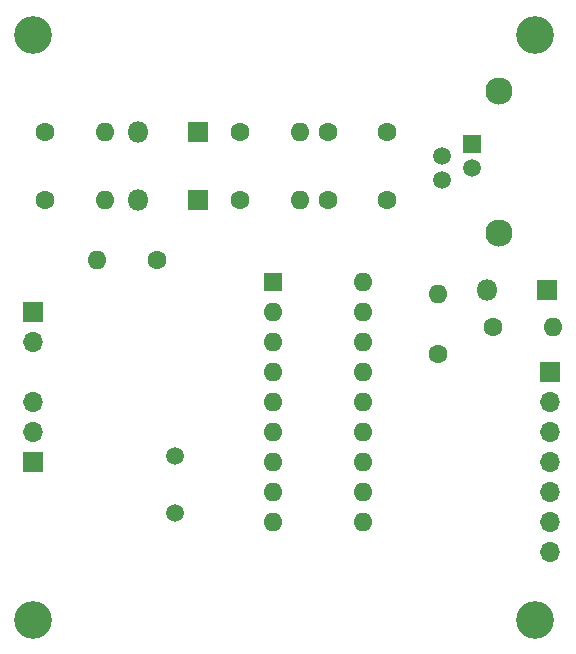
<source format=gbs>
%TF.GenerationSoftware,KiCad,Pcbnew,(6.0.0)*%
%TF.CreationDate,2022-03-13T18:40:28-04:00*%
%TF.ProjectId,board for mt8870,626f6172-6420-4666-9f72-206d74383837,rev?*%
%TF.SameCoordinates,Original*%
%TF.FileFunction,Soldermask,Bot*%
%TF.FilePolarity,Negative*%
%FSLAX46Y46*%
G04 Gerber Fmt 4.6, Leading zero omitted, Abs format (unit mm)*
G04 Created by KiCad (PCBNEW (6.0.0)) date 2022-03-13 18:40:28*
%MOMM*%
%LPD*%
G01*
G04 APERTURE LIST*
%ADD10C,1.500000*%
%ADD11R,1.600000X1.600000*%
%ADD12O,1.600000X1.600000*%
%ADD13R,1.700000X1.700000*%
%ADD14O,1.700000X1.700000*%
%ADD15C,1.600000*%
%ADD16C,3.200000*%
%ADD17C,2.300000*%
%ADD18R,1.500000X1.500000*%
%ADD19R,1.800000X1.800000*%
%ADD20O,1.800000X1.800000*%
G04 APERTURE END LIST*
D10*
%TO.C,X1*%
X97155000Y-71845000D03*
X97155000Y-76725000D03*
%TD*%
D11*
%TO.C,IC1*%
X105420000Y-57160000D03*
D12*
X105420000Y-59700000D03*
X105420000Y-62240000D03*
X105420000Y-64780000D03*
X105420000Y-67320000D03*
X105420000Y-69860000D03*
X105420000Y-72400000D03*
X105420000Y-74940000D03*
X105420000Y-77480000D03*
X113040000Y-77480000D03*
X113040000Y-74940000D03*
X113040000Y-72400000D03*
X113040000Y-69860000D03*
X113040000Y-67320000D03*
X113040000Y-64780000D03*
X113040000Y-62240000D03*
X113040000Y-59700000D03*
X113040000Y-57160000D03*
%TD*%
D13*
%TO.C,J3*%
X128905000Y-64765000D03*
D14*
X128905000Y-67305000D03*
X128905000Y-69845000D03*
X128905000Y-72385000D03*
X128905000Y-74925000D03*
X128905000Y-77465000D03*
X128905000Y-80005000D03*
%TD*%
D15*
%TO.C,R5*%
X95660000Y-55245000D03*
D12*
X90580000Y-55245000D03*
%TD*%
D15*
%TO.C,R3*%
X86175000Y-44450000D03*
D12*
X91255000Y-44450000D03*
%TD*%
D15*
%TO.C,C2*%
X110120000Y-44450000D03*
X115120000Y-44450000D03*
%TD*%
%TO.C,R4*%
X102685000Y-44450000D03*
D12*
X107765000Y-44450000D03*
%TD*%
D16*
%TO.C,REF\u002A\u002A*%
X127635000Y-85725000D03*
%TD*%
D17*
%TO.C,J2*%
X124550000Y-52990000D03*
X124550000Y-40990000D03*
D18*
X122250000Y-45460000D03*
D10*
X119710000Y-46480000D03*
X122250000Y-47500000D03*
X119710000Y-48520000D03*
%TD*%
D15*
%TO.C,R1*%
X102685000Y-50165000D03*
D12*
X107765000Y-50165000D03*
%TD*%
D16*
%TO.C,REF\u002A\u002A*%
X85090000Y-36195000D03*
%TD*%
D19*
%TO.C,D3*%
X128680000Y-57785000D03*
D20*
X123600000Y-57785000D03*
%TD*%
D19*
%TO.C,D1*%
X99060000Y-50165000D03*
D20*
X93980000Y-50165000D03*
%TD*%
D16*
%TO.C,REF\u002A\u002A*%
X85090000Y-85725000D03*
%TD*%
D13*
%TO.C,J4*%
X85090000Y-59690000D03*
D14*
X85090000Y-62230000D03*
%TD*%
D13*
%TO.C,J1*%
X85090000Y-72390000D03*
D14*
X85090000Y-69850000D03*
X85090000Y-67310000D03*
%TD*%
D15*
%TO.C,R6*%
X124050000Y-60960000D03*
D12*
X129130000Y-60960000D03*
%TD*%
D19*
%TO.C,D2*%
X99060000Y-44450000D03*
D20*
X93980000Y-44450000D03*
%TD*%
D15*
%TO.C,R7*%
X119380000Y-63275000D03*
D12*
X119380000Y-58195000D03*
%TD*%
D15*
%TO.C,R2*%
X86175000Y-50165000D03*
D12*
X91255000Y-50165000D03*
%TD*%
D16*
%TO.C,REF\u002A\u002A*%
X127635000Y-36195000D03*
%TD*%
D15*
%TO.C,C1*%
X110120000Y-50165000D03*
X115120000Y-50165000D03*
%TD*%
M02*

</source>
